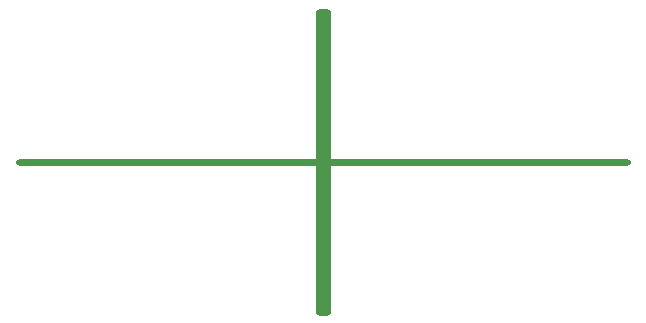
<source format=gbr>
G04 Test layer scale factor 1 *
G04 Crosshairs should be centered on 0,0 and 2 inches wide and 1 inch tall*
G04 Handcoded by Julian Lamb *
%MOIN*%
%FSLAX23Y23*%
%SFA2B1*%
%ADD10C,0.025*%

G04 Crosshairs to be on 0,0 *
X-500Y0D02*
G54D10*
X500Y0D01*
X0Y-500D02*
G54D10*
X0Y500D01*

M02*

</source>
